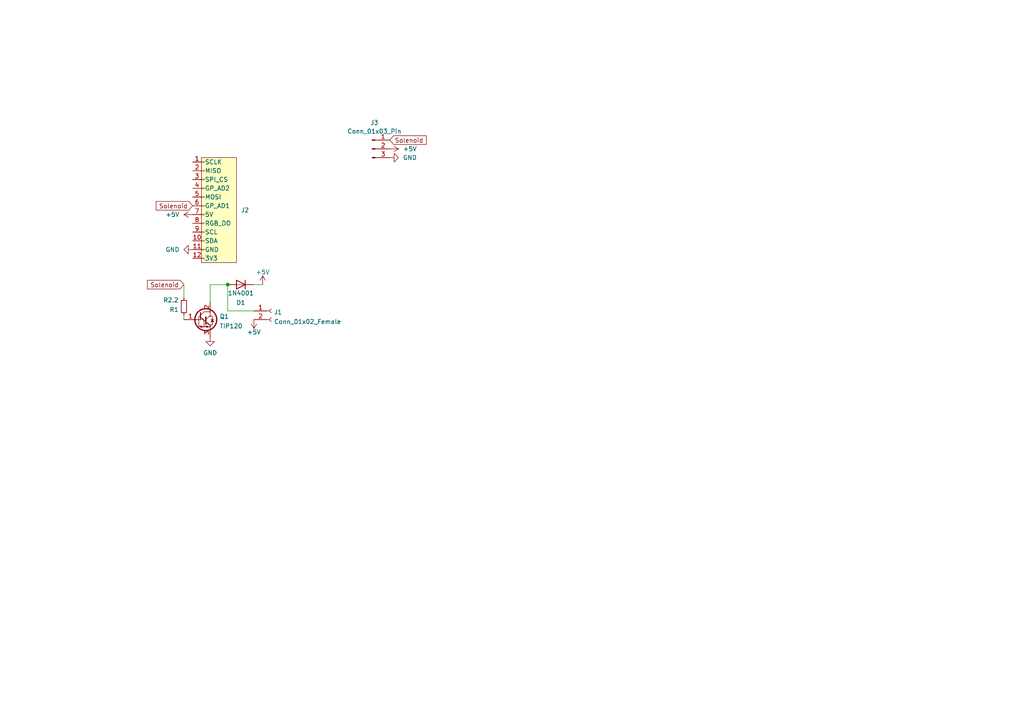
<source format=kicad_sch>
(kicad_sch (version 20231120) (generator "eeschema") (generator_version "8.0")
  (paper "A4")
  (lib_symbols
    (symbol "Connector:Conn_01x02_Female" (pin_names (offset 1.016) hide)
      (property "Reference" "J" (at 0 2.54 0))
      (property "Value" "Conn_01x02_Female" (at 0 -5.08 0))
      (symbol "Conn_01x02_Female_1_1"
        (arc (start 0 -2.032) (mid -0.5058 -2.54) (end 0 -3.048) (stroke (width 0.1524)))
        (polyline (pts (xy -1.27 -2.54) (xy -0.508 -2.54)) (stroke (width 0.1524)))
        (polyline (pts (xy -1.27 0) (xy -0.508 0)) (stroke (width 0.1524)))
        (arc (start 0 0.508) (mid -0.5058 0) (end 0 -0.508) (stroke (width 0.1524)))
        (pin passive line (at -5.08 0 0) (length 3.81) (name "Pin_1") (number "1"))
        (pin passive line (at -5.08 -2.54 0) (length 3.81) (name "Pin_2") (number "2"))
      )
    )
    (symbol "Connector:Conn_01x03_Pin" (pin_names (offset 1.016) hide)
      (property "Reference" "J" (at 0 5.08 0))
      (property "Value" "Conn_01x03_Pin" (at 0 -5.08 0))
      (symbol "Conn_01x03_Pin_1_1"
        (polyline (pts (xy 1.27 -2.54) (xy 0.8636 -2.54)) (stroke (width 0.1524)))
        (polyline (pts (xy 1.27 0) (xy 0.8636 0)) (stroke (width 0.1524)))
        (polyline (pts (xy 1.27 2.54) (xy 0.8636 2.54)) (stroke (width 0.1524)))
        (rectangle (start 0.8636 -2.413) (end 0 -2.667) (stroke (width 0.1524)) (fill (type outline)))
        (rectangle (start 0.8636 0.127) (end 0 -0.127) (stroke (width 0.1524)) (fill (type outline)))
        (rectangle (start 0.8636 2.667) (end 0 2.413) (stroke (width 0.1524)) (fill (type outline)))
        (pin passive line (at 5.08 2.54 180) (length 3.81) (name "Pin_1") (number "1"))
        (pin passive line (at 5.08 0 180) (length 3.81) (name "Pin_2") (number "2"))
        (pin passive line (at 5.08 -2.54 180) (length 3.81) (name "Pin_3") (number "3"))
      )
    )
    (symbol "Device:R_Small" (pin_numbers hide) (pin_names (offset 0.254) hide)
      (property "Reference" "R" (at 0.762 0.508 0))
      (property "Value" "R_Small" (at 0.762 -1.016 0))
      (symbol "R_Small_0_1"
        (rectangle (start -0.762 1.778) (end 0.762 -1.778) (stroke (width 0.2032)))
      )
      (symbol "R_Small_1_1"
        (pin passive line (at 0 2.54 270) (length 0.762) (name "~") (number "1"))
        (pin passive line (at 0 -2.54 90) (length 0.762) (name "~") (number "2"))
      )
    )
    (symbol "Diode:1N4001" (pin_numbers hide) (pin_names (offset 1.016) hide)
      (property "Reference" "D" (at 0 2.54 0))
      (property "Value" "1N4001" (at 0 -2.54 0))
      (symbol "1N4001_0_1"
        (polyline (pts (xy -1.27 1.27) (xy -1.27 -1.27)) (stroke (width 0.254)))
        (polyline (pts (xy 1.27 0) (xy -1.27 0)))
        (polyline (pts (xy 1.27 1.27) (xy 1.27 -1.27) (xy -1.27 0) (xy 1.27 1.27)) (stroke (width 0.254)))
      )
      (symbol "1N4001_1_1"
        (pin passive line (at -3.81 0 0) (length 2.54) (name "K") (number "1"))
        (pin passive line (at 3.81 0 180) (length 2.54) (name "A") (number "2"))
      )
    )
    (symbol "Transistor_BJT:TIP120" (pin_names (offset 0) hide)
      (property "Reference" "Q" (at 5.08 1.905 0))
      (property "Value" "TIP120" (at 5.08 0 0))
      (symbol "TIP120_0_1"
        (circle (center -0.762 0) (radius 0.127))
        (polyline (pts (xy -1.27 0) (xy -0.889 0)))
        (polyline (pts (xy 2.54 -2.032) (xy 2.54 -2.54)))
        (polyline (pts (xy 2.54 -1.524) (xy 3.175 -1.524)))
        (polyline (pts (xy 2.794 0.127) (xy 3.556 0.127)))
        (polyline (pts (xy 3.175 -0.635) (xy 3.175 -1.524)))
        (polyline (pts (xy 3.175 1.016) (xy 2.54 1.016)))
        (polyline (pts (xy 3.175 1.016) (xy 3.175 0.127)))
        (polyline (pts (xy -0.254 0.762) (xy 0.762 -0.254) (xy 1.27 -0.254)))
        (polyline (pts (xy -0.254 1.016) (xy -0.762 1.016) (xy -0.762 -2.032)))
        (polyline (pts (xy -0.254 1.27) (xy 0.762 2.286) (xy 2.54 2.286)))
        (polyline (pts (xy -0.254 2.032) (xy -0.254 0) (xy -0.254 0)) (stroke (width 0.3048)))
        (polyline (pts (xy 1.27 0.762) (xy 1.27 -1.27) (xy 1.27 -1.27)) (stroke (width 0.381)))
        (polyline (pts (xy 0.635 -0.127) (xy 0.381 0.381) (xy 0.127 0.127) (xy 0.635 -0.127)))
        (polyline (pts (xy 1.27 -0.508) (xy 2.286 -1.524) (xy 2.54 -1.524) (xy 2.54 -2.032)))
        (polyline (pts (xy 1.27 0) (xy 2.286 1.016) (xy 2.54 1.016) (xy 2.54 2.286)))
        (polyline (pts (xy 2.159 -1.397) (xy 1.905 -0.889) (xy 1.651 -1.143) (xy 2.159 -1.397)))
        (polyline (pts (xy 3.175 0.127) (xy 2.794 -0.635) (xy 3.556 -0.635) (xy 3.175 0.127)) (fill (type outline)))
        (polyline (pts (xy 0.762 -2.032) (xy 0.381 -2.032) (xy 0.254 -2.286) (xy 0.127 -1.778) (xy 0 -2.286) (xy -0.127 -1.778) (xy -0.254 -2.286) (xy -0.381 -1.778) (xy -0.508 -2.032) (xy -0.762 -2.032)))
        (polyline (pts (xy 0.762 -0.254) (xy 0.762 -2.032) (xy 1.143 -2.032) (xy 1.27 -1.778) (xy 1.397 -2.286) (xy 1.524 -1.778) (xy 1.651 -2.286) (xy 1.778 -1.778) (xy 1.905 -2.286) (xy 2.032 -2.032) (xy 2.54 -2.032)))
        (circle (center 0.762 -2.032) (radius 0.127))
        (circle (center 0.762 -0.254) (radius 0.127))
        (circle (center 1.27 0) (radius 3.175) (stroke (width 0.3556)))
        (circle (center 2.54 -2.032) (radius 0.127))
        (circle (center 2.54 -1.524) (radius 0.127))
        (circle (center 2.54 1.016) (radius 0.127))
        (circle (center 2.54 2.286) (radius 0.127))
      )
      (symbol "TIP120_1_1"
        (pin input line (at -5.08 0 0) (length 3.81) (name "B") (number "1"))
        (pin passive line (at 2.54 5.08 270) (length 2.667) (name "C") (number "2"))
        (pin passive line (at 2.54 -5.08 90) (length 2.54) (name "E") (number "3"))
      )
    )
    (symbol "power:+5V" (power) (pin_names (offset 0))
      (property "Value" "+5V" (at 0 3.556 0))
      (symbol "+5V_0_1"
        (polyline (pts (xy -0.762 1.27) (xy 0 2.54)))
        (polyline (pts (xy 0 0) (xy 0 2.54)))
        (polyline (pts (xy 0 2.54) (xy 0.762 1.27)))
      )
      (symbol "+5V_1_1"
        (pin power_in line (at 0 0 90) (length 0) hide (name "+5V") (number "1"))
      )
    )
    (symbol "power:GND" (power) (pin_names (offset 0))
      (property "Value" "GND" (at 0 -3.81 0))
      (symbol "GND_0_1"
        (polyline (pts (xy 0 0) (xy 0 -1.27) (xy 1.27 -1.27) (xy 0 -2.54) (xy -1.27 -1.27) (xy 0 -1.27)))
      )
      (symbol "GND_1_1"
        (pin power_in line (at 0 0 270) (length 0) hide (name "GND") (number "1"))
      )
    )
    (symbol "vik:vik-module-connector" (pin_names (offset 1))
      (property "Reference" "J" (at 0 15.875 0))
      (symbol "vik-module-connector_1_1"
        (rectangle (start -5.08 13.97) (end 5.08 -16.51) (fill (type background)))
        (rectangle (start -5.0546 -15.113) (end -4.191 -15.367) (stroke (width 0.1)))
        (rectangle (start -5.0546 -12.573) (end -4.191 -12.827) (stroke (width 0.1)))
        (rectangle (start -5.0546 -10.033) (end -4.191 -10.287) (stroke (width 0.1)))
        (rectangle (start -5.0546 -7.493) (end -4.191 -7.747) (stroke (width 0.1)))
        (rectangle (start -5.0546 -4.953) (end -4.191 -5.207) (stroke (width 0.1)))
        (rectangle (start -5.0546 -2.413) (end -4.191 -2.667) (stroke (width 0.1)))
        (rectangle (start -5.0546 0.127) (end -4.191 -0.127) (stroke (width 0.1)))
        (rectangle (start -5.0546 2.667) (end -4.191 2.413) (stroke (width 0.1)))
        (rectangle (start -5.0546 5.207) (end -4.191 4.953) (stroke (width 0.1)))
        (rectangle (start -5.0546 7.747) (end -4.191 7.493) (stroke (width 0.1)))
        (rectangle (start -5.0546 10.287) (end -4.191 10.033) (stroke (width 0.1)))
        (rectangle (start -5.0546 12.827) (end -4.191 12.573) (stroke (width 0.1)))
        (pin output line (at -7.62 12.7 0) (length 2.54) (name "SCLK") (number "1"))
        (pin bidirectional line (at -7.62 -10.16 0) (length 2.54) (name "SDA") (number "10"))
        (pin power_out line (at -7.62 -12.7 0) (length 2.54) (name "GND") (number "11"))
        (pin power_out line (at -7.62 -15.24 0) (length 2.54) (name "3V3") (number "12"))
        (pin tri_state line (at -7.62 10.16 0) (length 2.54) (name "MISO") (number "2"))
        (pin output line (at -7.62 7.62 0) (length 2.54) (name "SPI_CS") (number "3"))
        (pin bidirectional line (at -7.62 5.08 0) (length 2.54) (name "GP_AD2") (number "4"))
        (pin output line (at -7.62 2.54 0) (length 2.54) (name "MOSI") (number "5"))
        (pin bidirectional line (at -7.62 0 0) (length 2.54) (name "GP_AD1") (number "6"))
        (pin power_out line (at -7.62 -2.54 0) (length 2.54) (name "5V") (number "7"))
        (pin output line (at -7.62 -5.08 0) (length 2.54) (name "RGB_DO") (number "8"))
        (pin bidirectional line (at -7.62 -7.62 0) (length 2.54) (name "SCL") (number "9"))
      )
    )
  )
  (junction (at 66.04 82.55))
  (wire (pts (xy 73.66 82.55) (xy 76.2 82.55)))
  (wire (pts (xy 53.34 91.44) (xy 53.34 92.71)))
  (wire (pts (xy 73.66 90.17) (xy 66.04 90.17)))
  (wire (pts (xy 60.96 82.55) (xy 66.04 82.55)))
  (wire (pts (xy 53.34 82.55) (xy 53.34 86.36)))
  (wire (pts (xy 60.96 82.55) (xy 60.96 87.63)))
  (wire (pts (xy 66.04 90.17) (xy 66.04 82.55)))
  (global_label "Solenoid" (shape input) (at 55.88 59.69 180) (property "Intersheetrefs" "${INTERSHEET_REFS}" (effects (hide yes))))
  (global_label "Solenoid" (shape input) (at 53.34 82.55 180) (property "Intersheetrefs" "${INTERSHEET_REFS}" (effects (hide yes))))
  (global_label "Solenoid" (shape input) (at 113.03 40.64 0) (property "Intersheetrefs" "${INTERSHEET_REFS}" (effects (hide yes))))
  (symbol (lib_id "power:+5V") (at 76.2 82.55 0) (unit 1)
    (property "Reference" "#PWR03" (effects (hide yes)))
    (property "Value" "+5V" (at 76.2 78.9455 0))
  )
  (symbol (lib_id "power:+5V") (at 55.88 62.23 90) (unit 1)
    (property "Reference" "#PWR04" (effects (hide yes)))
    (property "Value" "+5V" (at 52.07 62.2299 90) (effects (justify left)))
  )
  (symbol (lib_id "power:+5V") (at 73.66 92.71 180) (unit 1)
    (property "Reference" "#PWR02" (effects (hide yes)))
    (property "Value" "+5V" (at 73.66 96.3145 0))
  )
  (symbol (lib_id "Connector:Conn_01x02_Female") (at 78.74 90.17 0) (unit 1)
    (property "Reference" "J1" (at 79.4512 90.5315 0) (effects (justify left)))
    (property "Value" "Conn_01x02_Female" (at 79.4512 93.3066 0) (effects (justify left)))
    (property "Footprint" "Connector_PinHeader_2.54mm:PinHeader_1x02_P2.54mm_Vertical" (effects (hide yes)))
  )
  (symbol (lib_id "Device:R_Small") (at 53.34 88.9 180) (unit 1)
    (property "Reference" "R1" (at 51.8414 89.8085 0) (effects (justify left)))
    (property "Value" "R2.2" (at 51.8414 87.0334 0) (effects (justify left)))
    (property "Footprint" "Resistor_SMD:R_1206_3216Metric" (effects (hide yes)))
  )
  (symbol (lib_id "power:GND") (at 113.03 45.72 90) (unit 1)
    (property "Reference" "#PWR07" (effects (hide yes)))
    (property "Value" "GND" (at 116.84 45.7199 90) (effects (justify right)))
  )
  (symbol (lib_id "Transistor_BJT:TIP120") (at 58.42 92.71 0) (unit 1)
    (property "Reference" "Q1" (at 63.6778 91.8015 0) (effects (justify left)))
    (property "Value" "TIP120" (at 63.6778 94.5766 0) (effects (justify left)))
    (property "Footprint" "Package_TO_SOT_SMD:TO-252-2" (effects (hide yes)))
    (property "Datasheet" "https://www.onsemi.com/pub/Collateral/TIP120-D.PDF" (effects (hide yes)))
  )
  (symbol (lib_id "vik:vik-module-connector") (at 63.5 59.69 0) (unit 1)
    (property "Reference" "J2" (at 69.85 60.9599 0) (effects (justify left)))
    (property "Value" "vik-module-connector" (effects (hide yes)))
    (property "Footprint" "vik:vik-module-connector-horizontal-mini" (effects (hide yes)))
  )
  (symbol (lib_id "power:GND") (at 60.96 97.79 0) (unit 1)
    (property "Reference" "#PWR01" (effects (hide yes)))
    (property "Value" "GND" (at 60.96 102.3525 0))
  )
  (symbol (lib_id "power:GND") (at 55.88 72.39 270) (unit 1)
    (property "Reference" "#PWR05" (effects (hide yes)))
    (property "Value" "GND" (at 52.07 72.3899 90) (effects (justify right)))
  )
  (symbol (lib_id "power:+5V") (at 113.03 43.18 270) (unit 1)
    (property "Reference" "#PWR06" (effects (hide yes)))
    (property "Value" "+5V" (at 116.84 43.1799 90) (effects (justify left)))
  )
  (symbol (lib_id "Diode:1N4001") (at 69.85 82.55 180) (unit 1)
    (property "Reference" "D1" (at 69.85 87.7865 0))
    (property "Value" "1N4001" (at 69.85 85.0114 0))
    (property "Footprint" "Diode_SMD:D_SOD-123F" (effects (hide yes)))
    (property "Datasheet" "http://www.vishay.com/docs/88503/1n4001.pdf" (effects (hide yes)))
  )
  (symbol (lib_id "Connector:Conn_01x03_Pin") (at 107.95 43.18 0) (unit 1)
    (property "Reference" "J3" (at 108.585 35.56 0))
    (property "Value" "Conn_01x03_Pin" (at 108.585 38.1 0))
    (property "Footprint" "Connector_PinHeader_2.54mm:PinHeader_1x03_P2.54mm_Vertical" (effects (hide yes)))
    (property "Description" "Generic connector, single row, 01x03, script generated" (effects (hide yes)))
  )
)
</source>
